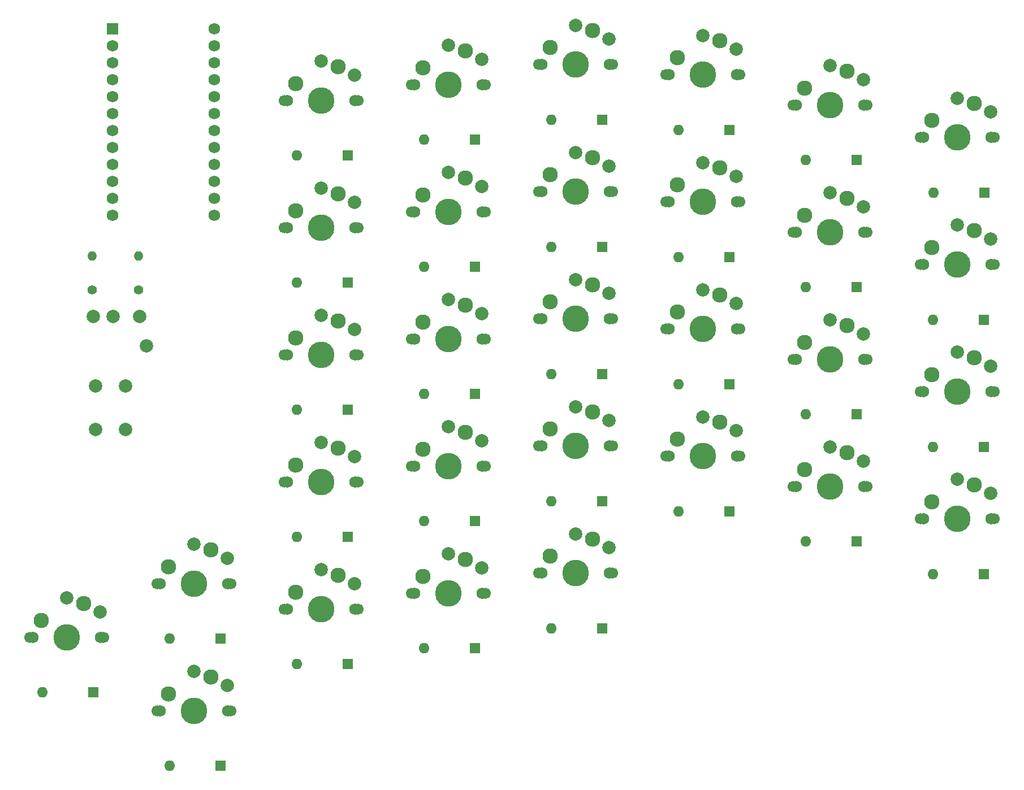
<source format=gbr>
%TF.GenerationSoftware,KiCad,Pcbnew,8.0.6*%
%TF.CreationDate,2025-02-14T20:47:42-05:00*%
%TF.ProjectId,KeyBoard_2nd_half,4b657942-6f61-4726-945f-326e645f6861,rev?*%
%TF.SameCoordinates,Original*%
%TF.FileFunction,Soldermask,Bot*%
%TF.FilePolarity,Negative*%
%FSLAX46Y46*%
G04 Gerber Fmt 4.6, Leading zero omitted, Abs format (unit mm)*
G04 Created by KiCad (PCBNEW 8.0.6) date 2025-02-14 20:47:42*
%MOMM*%
%LPD*%
G01*
G04 APERTURE LIST*
%ADD10C,1.700000*%
%ADD11C,1.750000*%
%ADD12C,3.987800*%
%ADD13C,2.300000*%
%ADD14C,2.000000*%
%ADD15C,1.400000*%
%ADD16O,1.400000X1.400000*%
%ADD17R,1.752600X1.752600*%
%ADD18C,1.752600*%
%ADD19R,1.600000X1.600000*%
%ADD20O,1.600000X1.600000*%
G04 APERTURE END LIST*
D10*
%TO.C,S36*%
X180412100Y-50596976D03*
D11*
X180832100Y-50596976D03*
D12*
X185912100Y-50596976D03*
D11*
X190992100Y-50596976D03*
D10*
X191412100Y-50596976D03*
D13*
X182102100Y-48056976D03*
D14*
X185912100Y-44696976D03*
D13*
X188452100Y-45516976D03*
D14*
X190912100Y-46796976D03*
%TD*%
D10*
%TO.C,S57*%
X104212100Y-68996976D03*
D11*
X104632100Y-68996976D03*
D12*
X109712100Y-68996976D03*
D11*
X114792100Y-68996976D03*
D10*
X115212100Y-68996976D03*
D13*
X105902100Y-66456976D03*
D14*
X109712100Y-63096976D03*
D13*
X112252100Y-63916976D03*
D14*
X114712100Y-65196976D03*
%TD*%
D10*
%TO.C,S56*%
X104212100Y-49946976D03*
D11*
X104632100Y-49946976D03*
D12*
X109712100Y-49946976D03*
D11*
X114792100Y-49946976D03*
D10*
X115212100Y-49946976D03*
D13*
X105902100Y-47406976D03*
D14*
X109712100Y-44046976D03*
D13*
X112252100Y-44866976D03*
D14*
X114712100Y-46146976D03*
%TD*%
D10*
%TO.C,S42*%
X161362100Y-65121976D03*
D11*
X161782100Y-65121976D03*
D12*
X166862100Y-65121976D03*
D11*
X171942100Y-65121976D03*
D10*
X172362100Y-65121976D03*
D13*
X163052100Y-62581976D03*
D14*
X166862100Y-59221976D03*
D13*
X169402100Y-60041976D03*
D14*
X171862100Y-61321976D03*
%TD*%
D10*
%TO.C,S51*%
X123262100Y-47546976D03*
D11*
X123682100Y-47546976D03*
D12*
X128762100Y-47546976D03*
D11*
X133842100Y-47546976D03*
D10*
X134262100Y-47546976D03*
D13*
X124952100Y-45006976D03*
D14*
X128762100Y-41646976D03*
D13*
X131302100Y-42466976D03*
D14*
X133762100Y-43746976D03*
%TD*%
D10*
%TO.C,S59*%
X104212100Y-107096976D03*
D11*
X104632100Y-107096976D03*
D12*
X109712100Y-107096976D03*
D11*
X114792100Y-107096976D03*
D10*
X115212100Y-107096976D03*
D13*
X105902100Y-104556976D03*
D14*
X109712100Y-101196976D03*
D13*
X112252100Y-102016976D03*
D14*
X114712100Y-103296976D03*
%TD*%
D10*
%TO.C,S34*%
X199462100Y-112612788D03*
D11*
X199882100Y-112612788D03*
D12*
X204962100Y-112612788D03*
D11*
X210042100Y-112612788D03*
D10*
X210462100Y-112612788D03*
D13*
X201152100Y-110072788D03*
D14*
X204962100Y-106712788D03*
D13*
X207502100Y-107532788D03*
D14*
X209962100Y-108812788D03*
%TD*%
D10*
%TO.C,S37*%
X180412100Y-69646976D03*
D11*
X180832100Y-69646976D03*
D12*
X185912100Y-69646976D03*
D11*
X190992100Y-69646976D03*
D10*
X191412100Y-69646976D03*
D13*
X182102100Y-67106976D03*
D14*
X185912100Y-63746976D03*
D13*
X188452100Y-64566976D03*
D14*
X190912100Y-65846976D03*
%TD*%
D10*
%TO.C,S31*%
X199487099Y-55481164D03*
D11*
X199907099Y-55481164D03*
D12*
X204987099Y-55481164D03*
D11*
X210067099Y-55481164D03*
D10*
X210487099Y-55481164D03*
D13*
X201177099Y-52941164D03*
D14*
X204987099Y-49581164D03*
D13*
X207527099Y-50401164D03*
D14*
X209987099Y-51681164D03*
%TD*%
D10*
%TO.C,S53*%
X123262100Y-85646976D03*
D11*
X123682100Y-85646976D03*
D12*
X128762100Y-85646976D03*
D11*
X133842100Y-85646976D03*
D10*
X134262100Y-85646976D03*
D13*
X124952100Y-83106976D03*
D14*
X128762100Y-79746976D03*
D13*
X131302100Y-80566976D03*
D14*
X133762100Y-81846976D03*
%TD*%
D15*
%TO.C,R4*%
X75383450Y-78276189D03*
D16*
X75383450Y-73196189D03*
%TD*%
D10*
%TO.C,S55*%
X85162100Y-122321976D03*
D11*
X85582100Y-122321976D03*
D12*
X90662100Y-122321976D03*
D11*
X95742100Y-122321976D03*
D10*
X96162100Y-122321976D03*
D13*
X86852100Y-119781976D03*
D14*
X90662100Y-116421976D03*
D13*
X93202100Y-117241976D03*
D14*
X95662100Y-118521976D03*
%TD*%
D10*
%TO.C,S48*%
X142312100Y-82646976D03*
D11*
X142732100Y-82646976D03*
D12*
X147812100Y-82646976D03*
D11*
X152892100Y-82646976D03*
D10*
X153312100Y-82646976D03*
D13*
X144002100Y-80106976D03*
D14*
X147812100Y-76746976D03*
D13*
X150352100Y-77566976D03*
D14*
X152812100Y-78846976D03*
%TD*%
D10*
%TO.C,S52*%
X123262100Y-66596976D03*
D11*
X123682100Y-66596976D03*
D12*
X128762100Y-66596976D03*
D11*
X133842100Y-66596976D03*
D10*
X134262100Y-66596976D03*
D13*
X124952100Y-64056976D03*
D14*
X128762100Y-60696976D03*
D13*
X131302100Y-61516976D03*
D14*
X133762100Y-62796976D03*
%TD*%
D10*
%TO.C,S35*%
X142312100Y-120746976D03*
D11*
X142732100Y-120746976D03*
D12*
X147812100Y-120746976D03*
D11*
X152892100Y-120746976D03*
D10*
X153312100Y-120746976D03*
D13*
X144002100Y-118206976D03*
D14*
X147812100Y-114846976D03*
D13*
X150352100Y-115666976D03*
D14*
X152812100Y-116946976D03*
%TD*%
D10*
%TO.C,S41*%
X161362100Y-46071976D03*
D11*
X161782100Y-46071976D03*
D12*
X166862100Y-46071976D03*
D11*
X171942100Y-46071976D03*
D10*
X172362100Y-46071976D03*
D13*
X163052100Y-43531976D03*
D14*
X166862100Y-40171976D03*
D13*
X169402100Y-40991976D03*
D14*
X171862100Y-42271976D03*
%TD*%
D10*
%TO.C,S58*%
X104212100Y-88046976D03*
D11*
X104632100Y-88046976D03*
D12*
X109712100Y-88046976D03*
D11*
X114792100Y-88046976D03*
D10*
X115212100Y-88046976D03*
D13*
X105902100Y-85506976D03*
D14*
X109712100Y-82146976D03*
D13*
X112252100Y-82966976D03*
D14*
X114712100Y-84246976D03*
%TD*%
D15*
%TO.C,R3*%
X82393450Y-78286189D03*
D16*
X82393450Y-73206189D03*
%TD*%
D10*
%TO.C,S45*%
X104212100Y-126146976D03*
D11*
X104632100Y-126146976D03*
D12*
X109712100Y-126146976D03*
D11*
X114792100Y-126146976D03*
D10*
X115212100Y-126146976D03*
D13*
X105902100Y-123606976D03*
D14*
X109712100Y-120246976D03*
D13*
X112252100Y-121066976D03*
D14*
X114712100Y-122346976D03*
%TD*%
D10*
%TO.C,S47*%
X142312100Y-63596976D03*
D11*
X142732100Y-63596976D03*
D12*
X147812100Y-63596976D03*
D11*
X152892100Y-63596976D03*
D10*
X153312100Y-63596976D03*
D13*
X144002100Y-61056976D03*
D14*
X147812100Y-57696976D03*
D13*
X150352100Y-58516976D03*
D14*
X152812100Y-59796976D03*
%TD*%
D10*
%TO.C,S43*%
X161362100Y-84171976D03*
D11*
X161782100Y-84171976D03*
D12*
X166862100Y-84171976D03*
D11*
X171942100Y-84171976D03*
D10*
X172362100Y-84171976D03*
D13*
X163052100Y-81631976D03*
D14*
X166862100Y-78271976D03*
D13*
X169402100Y-79091976D03*
D14*
X171862100Y-80371976D03*
%TD*%
D10*
%TO.C,S60*%
X66112100Y-130346976D03*
D11*
X66532100Y-130346976D03*
D12*
X71612100Y-130346976D03*
D11*
X76692100Y-130346976D03*
D10*
X77112100Y-130346976D03*
D13*
X67802100Y-127806976D03*
D14*
X71612100Y-124446976D03*
D13*
X74152100Y-125266976D03*
D14*
X76612100Y-126546976D03*
%TD*%
D17*
%TO.C,U4*%
X78417100Y-39206101D03*
D18*
X78417100Y-41746101D03*
X78417100Y-44286101D03*
X78417100Y-46826101D03*
X78417100Y-49366101D03*
X78417100Y-51906101D03*
X78417100Y-54446101D03*
X78417100Y-56986101D03*
X78417100Y-59526101D03*
X78417100Y-62066101D03*
X78417100Y-64606101D03*
X78417100Y-67146101D03*
X93657100Y-67146101D03*
X93657100Y-64606101D03*
X93657100Y-62066101D03*
X93657100Y-59526101D03*
X93657100Y-56986101D03*
X93657100Y-54446101D03*
X93657100Y-51906101D03*
X93657100Y-49366101D03*
X93657100Y-46826101D03*
X93657100Y-44286101D03*
X93657100Y-41746101D03*
X93657100Y-39206101D03*
%TD*%
D10*
%TO.C,S54*%
X123262100Y-104696976D03*
D11*
X123682100Y-104696976D03*
D12*
X128762100Y-104696976D03*
D11*
X133842100Y-104696976D03*
D10*
X134262100Y-104696976D03*
D13*
X124952100Y-102156976D03*
D14*
X128762100Y-98796976D03*
D13*
X131302100Y-99616976D03*
D14*
X133762100Y-100896976D03*
%TD*%
D10*
%TO.C,S49*%
X142312100Y-101696976D03*
D11*
X142732100Y-101696976D03*
D12*
X147812100Y-101696976D03*
D11*
X152892100Y-101696976D03*
D10*
X153312100Y-101696976D03*
D13*
X144002100Y-99156976D03*
D14*
X147812100Y-95796976D03*
D13*
X150352100Y-96616976D03*
D14*
X152812100Y-97896976D03*
%TD*%
D10*
%TO.C,S44*%
X161362100Y-103221976D03*
D11*
X161782100Y-103221976D03*
D12*
X166862100Y-103221976D03*
D11*
X171942100Y-103221976D03*
D10*
X172362100Y-103221976D03*
D13*
X163052100Y-100681976D03*
D14*
X166862100Y-97321976D03*
D13*
X169402100Y-98141976D03*
D14*
X171862100Y-99421976D03*
%TD*%
D10*
%TO.C,S38*%
X180412100Y-88696976D03*
D11*
X180832100Y-88696976D03*
D12*
X185912100Y-88696976D03*
D11*
X190992100Y-88696976D03*
D10*
X191412100Y-88696976D03*
D13*
X182102100Y-86156976D03*
D14*
X185912100Y-82796976D03*
D13*
X188452100Y-83616976D03*
D14*
X190912100Y-84896976D03*
%TD*%
%TO.C,SW2*%
X80378450Y-92696189D03*
X80378450Y-99196189D03*
X75878450Y-92696189D03*
X75878450Y-99196189D03*
%TD*%
%TO.C,U3*%
X83538450Y-86730039D03*
X82538450Y-82330039D03*
X78538450Y-82330039D03*
X75538450Y-82330039D03*
%TD*%
D10*
%TO.C,S32*%
X199462100Y-74512788D03*
D11*
X199882100Y-74512788D03*
D12*
X204962100Y-74512788D03*
D11*
X210042100Y-74512788D03*
D10*
X210462100Y-74512788D03*
D13*
X201152100Y-71972788D03*
D14*
X204962100Y-68612788D03*
D13*
X207502100Y-69432788D03*
D14*
X209962100Y-70712788D03*
%TD*%
D10*
%TO.C,S39*%
X180412100Y-107746976D03*
D11*
X180832100Y-107746976D03*
D12*
X185912100Y-107746976D03*
D11*
X190992100Y-107746976D03*
D10*
X191412100Y-107746976D03*
D13*
X182102100Y-105206976D03*
D14*
X185912100Y-101846976D03*
D13*
X188452100Y-102666976D03*
D14*
X190912100Y-103946976D03*
%TD*%
D10*
%TO.C,S40*%
X123262100Y-123746976D03*
D11*
X123682100Y-123746976D03*
D12*
X128762100Y-123746976D03*
D11*
X133842100Y-123746976D03*
D10*
X134262100Y-123746976D03*
D13*
X124952100Y-121206976D03*
D14*
X128762100Y-117846976D03*
D13*
X131302100Y-118666976D03*
D14*
X133762100Y-119946976D03*
%TD*%
D10*
%TO.C,S46*%
X142312100Y-44546976D03*
D11*
X142732100Y-44546976D03*
D12*
X147812100Y-44546976D03*
D11*
X152892100Y-44546976D03*
D10*
X153312100Y-44546976D03*
D13*
X144002100Y-42006976D03*
D14*
X147812100Y-38646976D03*
D13*
X150352100Y-39466976D03*
D14*
X152812100Y-40746976D03*
%TD*%
D10*
%TO.C,S33*%
X199462100Y-93562788D03*
D11*
X199882100Y-93562788D03*
D12*
X204962100Y-93562788D03*
D11*
X210042100Y-93562788D03*
D10*
X210462100Y-93562788D03*
D13*
X201152100Y-91022788D03*
D14*
X204962100Y-87662788D03*
D13*
X207502100Y-88482788D03*
D14*
X209962100Y-89762788D03*
%TD*%
D10*
%TO.C,S50*%
X85162100Y-141371976D03*
D11*
X85582100Y-141371976D03*
D12*
X90662100Y-141371976D03*
D11*
X95742100Y-141371976D03*
D10*
X96162100Y-141371976D03*
D13*
X86852100Y-138831976D03*
D14*
X90662100Y-135471976D03*
D13*
X93202100Y-136291976D03*
D14*
X95662100Y-137571976D03*
%TD*%
D19*
%TO.C,D56*%
X113712100Y-58196976D03*
D20*
X106092100Y-58196976D03*
%TD*%
D19*
%TO.C,D43*%
X170862100Y-92421976D03*
D20*
X163242100Y-92421976D03*
%TD*%
D19*
%TO.C,D38*%
X189912100Y-96946976D03*
D20*
X182292100Y-96946976D03*
%TD*%
D19*
%TO.C,D33*%
X208962100Y-101812788D03*
D20*
X201342100Y-101812788D03*
%TD*%
D19*
%TO.C,D41*%
X170862100Y-54321976D03*
D20*
X163242100Y-54321976D03*
%TD*%
D19*
%TO.C,D55*%
X94662100Y-130571976D03*
D20*
X87042100Y-130571976D03*
%TD*%
D19*
%TO.C,D50*%
X94662100Y-149621976D03*
D20*
X87042100Y-149621976D03*
%TD*%
D19*
%TO.C,D58*%
X113712100Y-96296976D03*
D20*
X106092100Y-96296976D03*
%TD*%
D19*
%TO.C,D54*%
X132762100Y-112946976D03*
D20*
X125142100Y-112946976D03*
%TD*%
D19*
%TO.C,D39*%
X189912100Y-115996976D03*
D20*
X182292100Y-115996976D03*
%TD*%
D19*
%TO.C,D36*%
X189912100Y-58846976D03*
D20*
X182292100Y-58846976D03*
%TD*%
D19*
%TO.C,D46*%
X151812100Y-52796976D03*
D20*
X144192100Y-52796976D03*
%TD*%
D19*
%TO.C,D59*%
X113712100Y-115346976D03*
D20*
X106092100Y-115346976D03*
%TD*%
D19*
%TO.C,D35*%
X151812100Y-128996976D03*
D20*
X144192100Y-128996976D03*
%TD*%
D19*
%TO.C,D48*%
X151812100Y-90896976D03*
D20*
X144192100Y-90896976D03*
%TD*%
D19*
%TO.C,D42*%
X170862100Y-73371976D03*
D20*
X163242100Y-73371976D03*
%TD*%
D19*
%TO.C,D37*%
X189912100Y-77896976D03*
D20*
X182292100Y-77896976D03*
%TD*%
D19*
%TO.C,D45*%
X113712100Y-134396976D03*
D20*
X106092100Y-134396976D03*
%TD*%
D19*
%TO.C,D52*%
X132762100Y-74846976D03*
D20*
X125142100Y-74846976D03*
%TD*%
D19*
%TO.C,D32*%
X208962100Y-82762788D03*
D20*
X201342100Y-82762788D03*
%TD*%
D19*
%TO.C,D53*%
X132762100Y-93896976D03*
D20*
X125142100Y-93896976D03*
%TD*%
D19*
%TO.C,D40*%
X132762100Y-131996976D03*
D20*
X125142100Y-131996976D03*
%TD*%
D19*
%TO.C,D31*%
X208987099Y-63731164D03*
D20*
X201367099Y-63731164D03*
%TD*%
D19*
%TO.C,D34*%
X208962100Y-120862788D03*
D20*
X201342100Y-120862788D03*
%TD*%
D19*
%TO.C,D51*%
X132762100Y-55796976D03*
D20*
X125142100Y-55796976D03*
%TD*%
D19*
%TO.C,D44*%
X170862100Y-111471976D03*
D20*
X163242100Y-111471976D03*
%TD*%
D19*
%TO.C,D47*%
X151812100Y-71846976D03*
D20*
X144192100Y-71846976D03*
%TD*%
D19*
%TO.C,D57*%
X113712100Y-77246976D03*
D20*
X106092100Y-77246976D03*
%TD*%
D19*
%TO.C,D60*%
X75612100Y-138596976D03*
D20*
X67992100Y-138596976D03*
%TD*%
D19*
%TO.C,D49*%
X151812100Y-109946976D03*
D20*
X144192100Y-109946976D03*
%TD*%
M02*

</source>
